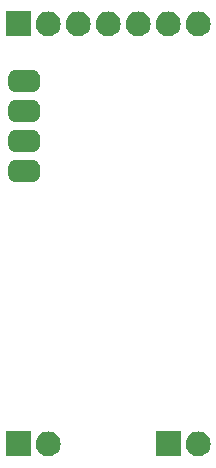
<source format=gbs>
G04 #@! TF.GenerationSoftware,KiCad,Pcbnew,(5.0.2)-1*
G04 #@! TF.CreationDate,2018-12-23T15:21:20+09:00*
G04 #@! TF.ProjectId,Nixie_Module_IN-14,4e697869-655f-44d6-9f64-756c655f494e,rev?*
G04 #@! TF.SameCoordinates,Original*
G04 #@! TF.FileFunction,Soldermask,Bot*
G04 #@! TF.FilePolarity,Negative*
%FSLAX46Y46*%
G04 Gerber Fmt 4.6, Leading zero omitted, Abs format (unit mm)*
G04 Created by KiCad (PCBNEW (5.0.2)-1) date 2018/12/23 15:21:20*
%MOMM*%
%LPD*%
G01*
G04 APERTURE LIST*
%ADD10C,0.100000*%
G04 APERTURE END LIST*
D10*
G36*
X74296707Y-99033597D02*
X74373836Y-99041193D01*
X74505787Y-99081220D01*
X74571763Y-99101233D01*
X74754172Y-99198733D01*
X74914054Y-99329946D01*
X75045267Y-99489828D01*
X75142767Y-99672237D01*
X75142767Y-99672238D01*
X75202807Y-99870164D01*
X75223080Y-100076000D01*
X75202807Y-100281836D01*
X75162780Y-100413787D01*
X75142767Y-100479763D01*
X75045267Y-100662172D01*
X74914054Y-100822054D01*
X74754172Y-100953267D01*
X74571763Y-101050767D01*
X74505787Y-101070780D01*
X74373836Y-101110807D01*
X74296707Y-101118404D01*
X74219580Y-101126000D01*
X74116420Y-101126000D01*
X74039293Y-101118404D01*
X73962164Y-101110807D01*
X73830213Y-101070780D01*
X73764237Y-101050767D01*
X73581828Y-100953267D01*
X73421946Y-100822054D01*
X73290733Y-100662172D01*
X73193233Y-100479763D01*
X73173220Y-100413787D01*
X73133193Y-100281836D01*
X73112920Y-100076000D01*
X73133193Y-99870164D01*
X73193233Y-99672238D01*
X73193233Y-99672237D01*
X73290733Y-99489828D01*
X73421946Y-99329946D01*
X73581828Y-99198733D01*
X73764237Y-99101233D01*
X73830213Y-99081220D01*
X73962164Y-99041193D01*
X74039293Y-99033597D01*
X74116420Y-99026000D01*
X74219580Y-99026000D01*
X74296707Y-99033597D01*
X74296707Y-99033597D01*
G37*
G36*
X72678000Y-101126000D02*
X70578000Y-101126000D01*
X70578000Y-99026000D01*
X72678000Y-99026000D01*
X72678000Y-101126000D01*
X72678000Y-101126000D01*
G37*
G36*
X86996707Y-99033597D02*
X87073836Y-99041193D01*
X87205787Y-99081220D01*
X87271763Y-99101233D01*
X87454172Y-99198733D01*
X87614054Y-99329946D01*
X87745267Y-99489828D01*
X87842767Y-99672237D01*
X87842767Y-99672238D01*
X87902807Y-99870164D01*
X87923080Y-100076000D01*
X87902807Y-100281836D01*
X87862780Y-100413787D01*
X87842767Y-100479763D01*
X87745267Y-100662172D01*
X87614054Y-100822054D01*
X87454172Y-100953267D01*
X87271763Y-101050767D01*
X87205787Y-101070780D01*
X87073836Y-101110807D01*
X86996707Y-101118404D01*
X86919580Y-101126000D01*
X86816420Y-101126000D01*
X86739293Y-101118404D01*
X86662164Y-101110807D01*
X86530213Y-101070780D01*
X86464237Y-101050767D01*
X86281828Y-100953267D01*
X86121946Y-100822054D01*
X85990733Y-100662172D01*
X85893233Y-100479763D01*
X85873220Y-100413787D01*
X85833193Y-100281836D01*
X85812920Y-100076000D01*
X85833193Y-99870164D01*
X85893233Y-99672238D01*
X85893233Y-99672237D01*
X85990733Y-99489828D01*
X86121946Y-99329946D01*
X86281828Y-99198733D01*
X86464237Y-99101233D01*
X86530213Y-99081220D01*
X86662164Y-99041193D01*
X86739293Y-99033597D01*
X86816420Y-99026000D01*
X86919580Y-99026000D01*
X86996707Y-99033597D01*
X86996707Y-99033597D01*
G37*
G36*
X85378000Y-101126000D02*
X83278000Y-101126000D01*
X83278000Y-99026000D01*
X85378000Y-99026000D01*
X85378000Y-101126000D01*
X85378000Y-101126000D01*
G37*
G36*
X72025203Y-76014893D02*
X72025206Y-76014894D01*
X72025207Y-76014894D01*
X72062907Y-76026330D01*
X72062908Y-76026330D01*
X72062913Y-76026332D01*
X72077078Y-76033903D01*
X72099717Y-76043280D01*
X72123750Y-76048060D01*
X72148255Y-76048060D01*
X72172288Y-76043279D01*
X72194922Y-76033903D01*
X72209087Y-76026332D01*
X72209092Y-76026330D01*
X72209093Y-76026330D01*
X72246793Y-76014894D01*
X72246794Y-76014894D01*
X72246797Y-76014893D01*
X72292140Y-76010427D01*
X72779860Y-76010427D01*
X72798197Y-76012233D01*
X72810449Y-76012835D01*
X72828869Y-76012835D01*
X72880358Y-76017906D01*
X72964443Y-76034632D01*
X72992949Y-76043279D01*
X73008048Y-76047859D01*
X73008050Y-76047860D01*
X73013955Y-76049651D01*
X73093164Y-76082460D01*
X73138787Y-76106846D01*
X73210082Y-76154484D01*
X73250076Y-76187306D01*
X73310694Y-76247924D01*
X73343516Y-76287918D01*
X73391154Y-76359213D01*
X73415540Y-76404836D01*
X73448349Y-76484045D01*
X73463368Y-76533557D01*
X73480094Y-76617642D01*
X73485165Y-76669131D01*
X73485165Y-76687551D01*
X73485767Y-76699803D01*
X73487573Y-76718140D01*
X73487573Y-77205860D01*
X73485767Y-77224197D01*
X73485165Y-77236449D01*
X73485165Y-77254869D01*
X73480094Y-77306358D01*
X73463368Y-77390443D01*
X73448349Y-77439955D01*
X73415540Y-77519164D01*
X73391154Y-77564787D01*
X73343516Y-77636082D01*
X73310694Y-77676076D01*
X73250076Y-77736694D01*
X73210082Y-77769516D01*
X73138787Y-77817154D01*
X73093164Y-77841540D01*
X73013955Y-77874349D01*
X73008050Y-77876140D01*
X73008048Y-77876141D01*
X72998296Y-77879099D01*
X72964443Y-77889368D01*
X72880358Y-77906094D01*
X72828869Y-77911165D01*
X72810449Y-77911165D01*
X72798197Y-77911767D01*
X72779860Y-77913573D01*
X72292140Y-77913573D01*
X72246797Y-77909107D01*
X72246794Y-77909106D01*
X72246793Y-77909106D01*
X72209093Y-77897670D01*
X72209092Y-77897670D01*
X72209087Y-77897668D01*
X72194922Y-77890097D01*
X72172283Y-77880720D01*
X72148250Y-77875940D01*
X72123745Y-77875940D01*
X72099712Y-77880721D01*
X72077078Y-77890097D01*
X72062913Y-77897668D01*
X72062908Y-77897670D01*
X72062907Y-77897670D01*
X72025207Y-77909106D01*
X72025206Y-77909106D01*
X72025203Y-77909107D01*
X71979860Y-77913573D01*
X71492140Y-77913573D01*
X71473803Y-77911767D01*
X71461551Y-77911165D01*
X71443131Y-77911165D01*
X71391642Y-77906094D01*
X71307557Y-77889368D01*
X71273704Y-77879099D01*
X71263952Y-77876141D01*
X71263950Y-77876140D01*
X71258045Y-77874349D01*
X71178836Y-77841540D01*
X71133213Y-77817154D01*
X71061918Y-77769516D01*
X71021924Y-77736694D01*
X70961306Y-77676076D01*
X70928484Y-77636082D01*
X70880846Y-77564787D01*
X70856460Y-77519164D01*
X70823651Y-77439955D01*
X70808632Y-77390443D01*
X70791906Y-77306358D01*
X70786835Y-77254869D01*
X70786835Y-77236449D01*
X70786233Y-77224197D01*
X70784427Y-77205860D01*
X70784427Y-76718140D01*
X70786233Y-76699803D01*
X70786835Y-76687551D01*
X70786835Y-76669131D01*
X70791906Y-76617642D01*
X70808632Y-76533557D01*
X70823651Y-76484045D01*
X70856460Y-76404836D01*
X70880846Y-76359213D01*
X70928484Y-76287918D01*
X70961306Y-76247924D01*
X71021924Y-76187306D01*
X71061918Y-76154484D01*
X71133213Y-76106846D01*
X71178836Y-76082460D01*
X71258045Y-76049651D01*
X71263950Y-76047860D01*
X71263952Y-76047859D01*
X71279051Y-76043279D01*
X71307557Y-76034632D01*
X71391642Y-76017906D01*
X71443131Y-76012835D01*
X71461551Y-76012835D01*
X71473803Y-76012233D01*
X71492140Y-76010427D01*
X71979860Y-76010427D01*
X72025203Y-76014893D01*
X72025203Y-76014893D01*
G37*
G36*
X72025203Y-73474893D02*
X72025206Y-73474894D01*
X72025207Y-73474894D01*
X72062907Y-73486330D01*
X72062908Y-73486330D01*
X72062913Y-73486332D01*
X72077078Y-73493903D01*
X72099717Y-73503280D01*
X72123750Y-73508060D01*
X72148255Y-73508060D01*
X72172288Y-73503279D01*
X72194922Y-73493903D01*
X72209087Y-73486332D01*
X72209092Y-73486330D01*
X72209093Y-73486330D01*
X72246793Y-73474894D01*
X72246794Y-73474894D01*
X72246797Y-73474893D01*
X72292140Y-73470427D01*
X72779860Y-73470427D01*
X72798197Y-73472233D01*
X72810449Y-73472835D01*
X72828869Y-73472835D01*
X72880358Y-73477906D01*
X72964443Y-73494632D01*
X72992949Y-73503279D01*
X73008048Y-73507859D01*
X73008050Y-73507860D01*
X73013955Y-73509651D01*
X73093164Y-73542460D01*
X73138787Y-73566846D01*
X73210082Y-73614484D01*
X73250076Y-73647306D01*
X73310694Y-73707924D01*
X73343516Y-73747918D01*
X73391154Y-73819213D01*
X73415540Y-73864836D01*
X73448349Y-73944045D01*
X73463368Y-73993557D01*
X73480094Y-74077642D01*
X73485165Y-74129131D01*
X73485165Y-74147551D01*
X73485767Y-74159803D01*
X73487573Y-74178140D01*
X73487573Y-74665860D01*
X73485767Y-74684197D01*
X73485165Y-74696449D01*
X73485165Y-74714869D01*
X73480094Y-74766358D01*
X73463368Y-74850443D01*
X73448349Y-74899955D01*
X73415540Y-74979164D01*
X73391154Y-75024787D01*
X73343516Y-75096082D01*
X73310694Y-75136076D01*
X73250076Y-75196694D01*
X73210082Y-75229516D01*
X73138787Y-75277154D01*
X73093164Y-75301540D01*
X73013955Y-75334349D01*
X73008050Y-75336140D01*
X73008048Y-75336141D01*
X72998296Y-75339099D01*
X72964443Y-75349368D01*
X72880358Y-75366094D01*
X72828869Y-75371165D01*
X72810449Y-75371165D01*
X72798197Y-75371767D01*
X72779860Y-75373573D01*
X72292140Y-75373573D01*
X72246797Y-75369107D01*
X72246794Y-75369106D01*
X72246793Y-75369106D01*
X72209093Y-75357670D01*
X72209092Y-75357670D01*
X72209087Y-75357668D01*
X72194922Y-75350097D01*
X72172283Y-75340720D01*
X72148250Y-75335940D01*
X72123745Y-75335940D01*
X72099712Y-75340721D01*
X72077078Y-75350097D01*
X72062913Y-75357668D01*
X72062908Y-75357670D01*
X72062907Y-75357670D01*
X72025207Y-75369106D01*
X72025206Y-75369106D01*
X72025203Y-75369107D01*
X71979860Y-75373573D01*
X71492140Y-75373573D01*
X71473803Y-75371767D01*
X71461551Y-75371165D01*
X71443131Y-75371165D01*
X71391642Y-75366094D01*
X71307557Y-75349368D01*
X71273704Y-75339099D01*
X71263952Y-75336141D01*
X71263950Y-75336140D01*
X71258045Y-75334349D01*
X71178836Y-75301540D01*
X71133213Y-75277154D01*
X71061918Y-75229516D01*
X71021924Y-75196694D01*
X70961306Y-75136076D01*
X70928484Y-75096082D01*
X70880846Y-75024787D01*
X70856460Y-74979164D01*
X70823651Y-74899955D01*
X70808632Y-74850443D01*
X70791906Y-74766358D01*
X70786835Y-74714869D01*
X70786835Y-74696449D01*
X70786233Y-74684197D01*
X70784427Y-74665860D01*
X70784427Y-74178140D01*
X70786233Y-74159803D01*
X70786835Y-74147551D01*
X70786835Y-74129131D01*
X70791906Y-74077642D01*
X70808632Y-73993557D01*
X70823651Y-73944045D01*
X70856460Y-73864836D01*
X70880846Y-73819213D01*
X70928484Y-73747918D01*
X70961306Y-73707924D01*
X71021924Y-73647306D01*
X71061918Y-73614484D01*
X71133213Y-73566846D01*
X71178836Y-73542460D01*
X71258045Y-73509651D01*
X71263950Y-73507860D01*
X71263952Y-73507859D01*
X71279051Y-73503279D01*
X71307557Y-73494632D01*
X71391642Y-73477906D01*
X71443131Y-73472835D01*
X71461551Y-73472835D01*
X71473803Y-73472233D01*
X71492140Y-73470427D01*
X71979860Y-73470427D01*
X72025203Y-73474893D01*
X72025203Y-73474893D01*
G37*
G36*
X72025203Y-70934893D02*
X72025206Y-70934894D01*
X72025207Y-70934894D01*
X72062907Y-70946330D01*
X72062908Y-70946330D01*
X72062913Y-70946332D01*
X72077078Y-70953903D01*
X72099717Y-70963280D01*
X72123750Y-70968060D01*
X72148255Y-70968060D01*
X72172288Y-70963279D01*
X72194922Y-70953903D01*
X72209087Y-70946332D01*
X72209092Y-70946330D01*
X72209093Y-70946330D01*
X72246793Y-70934894D01*
X72246794Y-70934894D01*
X72246797Y-70934893D01*
X72292140Y-70930427D01*
X72779860Y-70930427D01*
X72798197Y-70932233D01*
X72810449Y-70932835D01*
X72828869Y-70932835D01*
X72880358Y-70937906D01*
X72964443Y-70954632D01*
X72992949Y-70963279D01*
X73008048Y-70967859D01*
X73008050Y-70967860D01*
X73013955Y-70969651D01*
X73093164Y-71002460D01*
X73138787Y-71026846D01*
X73210082Y-71074484D01*
X73250076Y-71107306D01*
X73310694Y-71167924D01*
X73343516Y-71207918D01*
X73391154Y-71279213D01*
X73415540Y-71324836D01*
X73448349Y-71404045D01*
X73463368Y-71453557D01*
X73480094Y-71537642D01*
X73485165Y-71589131D01*
X73485165Y-71607551D01*
X73485767Y-71619803D01*
X73487573Y-71638140D01*
X73487573Y-72125860D01*
X73485767Y-72144197D01*
X73485165Y-72156449D01*
X73485165Y-72174869D01*
X73480094Y-72226358D01*
X73463368Y-72310443D01*
X73448349Y-72359955D01*
X73415540Y-72439164D01*
X73391154Y-72484787D01*
X73343516Y-72556082D01*
X73310694Y-72596076D01*
X73250076Y-72656694D01*
X73210082Y-72689516D01*
X73138787Y-72737154D01*
X73093164Y-72761540D01*
X73013955Y-72794349D01*
X73008050Y-72796140D01*
X73008048Y-72796141D01*
X72998296Y-72799099D01*
X72964443Y-72809368D01*
X72880358Y-72826094D01*
X72828869Y-72831165D01*
X72810449Y-72831165D01*
X72798197Y-72831767D01*
X72779860Y-72833573D01*
X72292140Y-72833573D01*
X72246797Y-72829107D01*
X72246794Y-72829106D01*
X72246793Y-72829106D01*
X72209093Y-72817670D01*
X72209092Y-72817670D01*
X72209087Y-72817668D01*
X72194922Y-72810097D01*
X72172283Y-72800720D01*
X72148250Y-72795940D01*
X72123745Y-72795940D01*
X72099712Y-72800721D01*
X72077078Y-72810097D01*
X72062913Y-72817668D01*
X72062908Y-72817670D01*
X72062907Y-72817670D01*
X72025207Y-72829106D01*
X72025206Y-72829106D01*
X72025203Y-72829107D01*
X71979860Y-72833573D01*
X71492140Y-72833573D01*
X71473803Y-72831767D01*
X71461551Y-72831165D01*
X71443131Y-72831165D01*
X71391642Y-72826094D01*
X71307557Y-72809368D01*
X71273704Y-72799099D01*
X71263952Y-72796141D01*
X71263950Y-72796140D01*
X71258045Y-72794349D01*
X71178836Y-72761540D01*
X71133213Y-72737154D01*
X71061918Y-72689516D01*
X71021924Y-72656694D01*
X70961306Y-72596076D01*
X70928484Y-72556082D01*
X70880846Y-72484787D01*
X70856460Y-72439164D01*
X70823651Y-72359955D01*
X70808632Y-72310443D01*
X70791906Y-72226358D01*
X70786835Y-72174869D01*
X70786835Y-72156449D01*
X70786233Y-72144197D01*
X70784427Y-72125860D01*
X70784427Y-71638140D01*
X70786233Y-71619803D01*
X70786835Y-71607551D01*
X70786835Y-71589131D01*
X70791906Y-71537642D01*
X70808632Y-71453557D01*
X70823651Y-71404045D01*
X70856460Y-71324836D01*
X70880846Y-71279213D01*
X70928484Y-71207918D01*
X70961306Y-71167924D01*
X71021924Y-71107306D01*
X71061918Y-71074484D01*
X71133213Y-71026846D01*
X71178836Y-71002460D01*
X71258045Y-70969651D01*
X71263950Y-70967860D01*
X71263952Y-70967859D01*
X71279051Y-70963279D01*
X71307557Y-70954632D01*
X71391642Y-70937906D01*
X71443131Y-70932835D01*
X71461551Y-70932835D01*
X71473803Y-70932233D01*
X71492140Y-70930427D01*
X71979860Y-70930427D01*
X72025203Y-70934893D01*
X72025203Y-70934893D01*
G37*
G36*
X72025203Y-68394893D02*
X72025206Y-68394894D01*
X72025207Y-68394894D01*
X72062907Y-68406330D01*
X72062908Y-68406330D01*
X72062913Y-68406332D01*
X72077078Y-68413903D01*
X72099717Y-68423280D01*
X72123750Y-68428060D01*
X72148255Y-68428060D01*
X72172288Y-68423279D01*
X72194922Y-68413903D01*
X72209087Y-68406332D01*
X72209092Y-68406330D01*
X72209093Y-68406330D01*
X72246793Y-68394894D01*
X72246794Y-68394894D01*
X72246797Y-68394893D01*
X72292140Y-68390427D01*
X72779860Y-68390427D01*
X72798197Y-68392233D01*
X72810449Y-68392835D01*
X72828869Y-68392835D01*
X72880358Y-68397906D01*
X72964443Y-68414632D01*
X72992949Y-68423279D01*
X73008048Y-68427859D01*
X73008050Y-68427860D01*
X73013955Y-68429651D01*
X73093164Y-68462460D01*
X73138787Y-68486846D01*
X73210082Y-68534484D01*
X73250076Y-68567306D01*
X73310694Y-68627924D01*
X73343516Y-68667918D01*
X73391154Y-68739213D01*
X73415540Y-68784836D01*
X73448349Y-68864045D01*
X73463368Y-68913557D01*
X73480094Y-68997642D01*
X73485165Y-69049131D01*
X73485165Y-69067551D01*
X73485767Y-69079803D01*
X73487573Y-69098140D01*
X73487573Y-69585860D01*
X73485767Y-69604197D01*
X73485165Y-69616449D01*
X73485165Y-69634869D01*
X73480094Y-69686358D01*
X73463368Y-69770443D01*
X73448349Y-69819955D01*
X73415540Y-69899164D01*
X73391154Y-69944787D01*
X73343516Y-70016082D01*
X73310694Y-70056076D01*
X73250076Y-70116694D01*
X73210082Y-70149516D01*
X73138787Y-70197154D01*
X73093164Y-70221540D01*
X73013955Y-70254349D01*
X73008050Y-70256140D01*
X73008048Y-70256141D01*
X72998296Y-70259099D01*
X72964443Y-70269368D01*
X72880358Y-70286094D01*
X72828869Y-70291165D01*
X72810449Y-70291165D01*
X72798197Y-70291767D01*
X72779860Y-70293573D01*
X72292140Y-70293573D01*
X72246797Y-70289107D01*
X72246794Y-70289106D01*
X72246793Y-70289106D01*
X72209093Y-70277670D01*
X72209092Y-70277670D01*
X72209087Y-70277668D01*
X72194922Y-70270097D01*
X72172283Y-70260720D01*
X72148250Y-70255940D01*
X72123745Y-70255940D01*
X72099712Y-70260721D01*
X72077078Y-70270097D01*
X72062913Y-70277668D01*
X72062908Y-70277670D01*
X72062907Y-70277670D01*
X72025207Y-70289106D01*
X72025206Y-70289106D01*
X72025203Y-70289107D01*
X71979860Y-70293573D01*
X71492140Y-70293573D01*
X71473803Y-70291767D01*
X71461551Y-70291165D01*
X71443131Y-70291165D01*
X71391642Y-70286094D01*
X71307557Y-70269368D01*
X71273704Y-70259099D01*
X71263952Y-70256141D01*
X71263950Y-70256140D01*
X71258045Y-70254349D01*
X71178836Y-70221540D01*
X71133213Y-70197154D01*
X71061918Y-70149516D01*
X71021924Y-70116694D01*
X70961306Y-70056076D01*
X70928484Y-70016082D01*
X70880846Y-69944787D01*
X70856460Y-69899164D01*
X70823651Y-69819955D01*
X70808632Y-69770443D01*
X70791906Y-69686358D01*
X70786835Y-69634869D01*
X70786835Y-69616449D01*
X70786233Y-69604197D01*
X70784427Y-69585860D01*
X70784427Y-69098140D01*
X70786233Y-69079803D01*
X70786835Y-69067551D01*
X70786835Y-69049131D01*
X70791906Y-68997642D01*
X70808632Y-68913557D01*
X70823651Y-68864045D01*
X70856460Y-68784836D01*
X70880846Y-68739213D01*
X70928484Y-68667918D01*
X70961306Y-68627924D01*
X71021924Y-68567306D01*
X71061918Y-68534484D01*
X71133213Y-68486846D01*
X71178836Y-68462460D01*
X71258045Y-68429651D01*
X71263950Y-68427860D01*
X71263952Y-68427859D01*
X71279051Y-68423279D01*
X71307557Y-68414632D01*
X71391642Y-68397906D01*
X71443131Y-68392835D01*
X71461551Y-68392835D01*
X71473803Y-68392233D01*
X71492140Y-68390427D01*
X71979860Y-68390427D01*
X72025203Y-68394893D01*
X72025203Y-68394893D01*
G37*
G36*
X74296707Y-63473596D02*
X74373836Y-63481193D01*
X74505787Y-63521220D01*
X74571763Y-63541233D01*
X74754172Y-63638733D01*
X74914054Y-63769946D01*
X75045267Y-63929828D01*
X75142767Y-64112237D01*
X75142767Y-64112238D01*
X75202807Y-64310164D01*
X75223080Y-64516000D01*
X75202807Y-64721836D01*
X75162780Y-64853787D01*
X75142767Y-64919763D01*
X75045267Y-65102172D01*
X74914054Y-65262054D01*
X74754172Y-65393267D01*
X74571763Y-65490767D01*
X74505787Y-65510780D01*
X74373836Y-65550807D01*
X74296707Y-65558403D01*
X74219580Y-65566000D01*
X74116420Y-65566000D01*
X74039293Y-65558403D01*
X73962164Y-65550807D01*
X73830213Y-65510780D01*
X73764237Y-65490767D01*
X73581828Y-65393267D01*
X73421946Y-65262054D01*
X73290733Y-65102172D01*
X73193233Y-64919763D01*
X73173220Y-64853787D01*
X73133193Y-64721836D01*
X73112920Y-64516000D01*
X73133193Y-64310164D01*
X73193233Y-64112238D01*
X73193233Y-64112237D01*
X73290733Y-63929828D01*
X73421946Y-63769946D01*
X73581828Y-63638733D01*
X73764237Y-63541233D01*
X73830213Y-63521220D01*
X73962164Y-63481193D01*
X74039293Y-63473596D01*
X74116420Y-63466000D01*
X74219580Y-63466000D01*
X74296707Y-63473596D01*
X74296707Y-63473596D01*
G37*
G36*
X76836707Y-63473596D02*
X76913836Y-63481193D01*
X77045787Y-63521220D01*
X77111763Y-63541233D01*
X77294172Y-63638733D01*
X77454054Y-63769946D01*
X77585267Y-63929828D01*
X77682767Y-64112237D01*
X77682767Y-64112238D01*
X77742807Y-64310164D01*
X77763080Y-64516000D01*
X77742807Y-64721836D01*
X77702780Y-64853787D01*
X77682767Y-64919763D01*
X77585267Y-65102172D01*
X77454054Y-65262054D01*
X77294172Y-65393267D01*
X77111763Y-65490767D01*
X77045787Y-65510780D01*
X76913836Y-65550807D01*
X76836707Y-65558403D01*
X76759580Y-65566000D01*
X76656420Y-65566000D01*
X76579293Y-65558403D01*
X76502164Y-65550807D01*
X76370213Y-65510780D01*
X76304237Y-65490767D01*
X76121828Y-65393267D01*
X75961946Y-65262054D01*
X75830733Y-65102172D01*
X75733233Y-64919763D01*
X75713220Y-64853787D01*
X75673193Y-64721836D01*
X75652920Y-64516000D01*
X75673193Y-64310164D01*
X75733233Y-64112238D01*
X75733233Y-64112237D01*
X75830733Y-63929828D01*
X75961946Y-63769946D01*
X76121828Y-63638733D01*
X76304237Y-63541233D01*
X76370213Y-63521220D01*
X76502164Y-63481193D01*
X76579293Y-63473596D01*
X76656420Y-63466000D01*
X76759580Y-63466000D01*
X76836707Y-63473596D01*
X76836707Y-63473596D01*
G37*
G36*
X79376707Y-63473596D02*
X79453836Y-63481193D01*
X79585787Y-63521220D01*
X79651763Y-63541233D01*
X79834172Y-63638733D01*
X79994054Y-63769946D01*
X80125267Y-63929828D01*
X80222767Y-64112237D01*
X80222767Y-64112238D01*
X80282807Y-64310164D01*
X80303080Y-64516000D01*
X80282807Y-64721836D01*
X80242780Y-64853787D01*
X80222767Y-64919763D01*
X80125267Y-65102172D01*
X79994054Y-65262054D01*
X79834172Y-65393267D01*
X79651763Y-65490767D01*
X79585787Y-65510780D01*
X79453836Y-65550807D01*
X79376707Y-65558403D01*
X79299580Y-65566000D01*
X79196420Y-65566000D01*
X79119293Y-65558403D01*
X79042164Y-65550807D01*
X78910213Y-65510780D01*
X78844237Y-65490767D01*
X78661828Y-65393267D01*
X78501946Y-65262054D01*
X78370733Y-65102172D01*
X78273233Y-64919763D01*
X78253220Y-64853787D01*
X78213193Y-64721836D01*
X78192920Y-64516000D01*
X78213193Y-64310164D01*
X78273233Y-64112238D01*
X78273233Y-64112237D01*
X78370733Y-63929828D01*
X78501946Y-63769946D01*
X78661828Y-63638733D01*
X78844237Y-63541233D01*
X78910213Y-63521220D01*
X79042164Y-63481193D01*
X79119293Y-63473596D01*
X79196420Y-63466000D01*
X79299580Y-63466000D01*
X79376707Y-63473596D01*
X79376707Y-63473596D01*
G37*
G36*
X81916707Y-63473596D02*
X81993836Y-63481193D01*
X82125787Y-63521220D01*
X82191763Y-63541233D01*
X82374172Y-63638733D01*
X82534054Y-63769946D01*
X82665267Y-63929828D01*
X82762767Y-64112237D01*
X82762767Y-64112238D01*
X82822807Y-64310164D01*
X82843080Y-64516000D01*
X82822807Y-64721836D01*
X82782780Y-64853787D01*
X82762767Y-64919763D01*
X82665267Y-65102172D01*
X82534054Y-65262054D01*
X82374172Y-65393267D01*
X82191763Y-65490767D01*
X82125787Y-65510780D01*
X81993836Y-65550807D01*
X81916707Y-65558403D01*
X81839580Y-65566000D01*
X81736420Y-65566000D01*
X81659293Y-65558403D01*
X81582164Y-65550807D01*
X81450213Y-65510780D01*
X81384237Y-65490767D01*
X81201828Y-65393267D01*
X81041946Y-65262054D01*
X80910733Y-65102172D01*
X80813233Y-64919763D01*
X80793220Y-64853787D01*
X80753193Y-64721836D01*
X80732920Y-64516000D01*
X80753193Y-64310164D01*
X80813233Y-64112238D01*
X80813233Y-64112237D01*
X80910733Y-63929828D01*
X81041946Y-63769946D01*
X81201828Y-63638733D01*
X81384237Y-63541233D01*
X81450213Y-63521220D01*
X81582164Y-63481193D01*
X81659293Y-63473596D01*
X81736420Y-63466000D01*
X81839580Y-63466000D01*
X81916707Y-63473596D01*
X81916707Y-63473596D01*
G37*
G36*
X84456707Y-63473596D02*
X84533836Y-63481193D01*
X84665787Y-63521220D01*
X84731763Y-63541233D01*
X84914172Y-63638733D01*
X85074054Y-63769946D01*
X85205267Y-63929828D01*
X85302767Y-64112237D01*
X85302767Y-64112238D01*
X85362807Y-64310164D01*
X85383080Y-64516000D01*
X85362807Y-64721836D01*
X85322780Y-64853787D01*
X85302767Y-64919763D01*
X85205267Y-65102172D01*
X85074054Y-65262054D01*
X84914172Y-65393267D01*
X84731763Y-65490767D01*
X84665787Y-65510780D01*
X84533836Y-65550807D01*
X84456707Y-65558403D01*
X84379580Y-65566000D01*
X84276420Y-65566000D01*
X84199293Y-65558403D01*
X84122164Y-65550807D01*
X83990213Y-65510780D01*
X83924237Y-65490767D01*
X83741828Y-65393267D01*
X83581946Y-65262054D01*
X83450733Y-65102172D01*
X83353233Y-64919763D01*
X83333220Y-64853787D01*
X83293193Y-64721836D01*
X83272920Y-64516000D01*
X83293193Y-64310164D01*
X83353233Y-64112238D01*
X83353233Y-64112237D01*
X83450733Y-63929828D01*
X83581946Y-63769946D01*
X83741828Y-63638733D01*
X83924237Y-63541233D01*
X83990213Y-63521220D01*
X84122164Y-63481193D01*
X84199293Y-63473596D01*
X84276420Y-63466000D01*
X84379580Y-63466000D01*
X84456707Y-63473596D01*
X84456707Y-63473596D01*
G37*
G36*
X86996707Y-63473596D02*
X87073836Y-63481193D01*
X87205787Y-63521220D01*
X87271763Y-63541233D01*
X87454172Y-63638733D01*
X87614054Y-63769946D01*
X87745267Y-63929828D01*
X87842767Y-64112237D01*
X87842767Y-64112238D01*
X87902807Y-64310164D01*
X87923080Y-64516000D01*
X87902807Y-64721836D01*
X87862780Y-64853787D01*
X87842767Y-64919763D01*
X87745267Y-65102172D01*
X87614054Y-65262054D01*
X87454172Y-65393267D01*
X87271763Y-65490767D01*
X87205787Y-65510780D01*
X87073836Y-65550807D01*
X86996707Y-65558403D01*
X86919580Y-65566000D01*
X86816420Y-65566000D01*
X86739293Y-65558403D01*
X86662164Y-65550807D01*
X86530213Y-65510780D01*
X86464237Y-65490767D01*
X86281828Y-65393267D01*
X86121946Y-65262054D01*
X85990733Y-65102172D01*
X85893233Y-64919763D01*
X85873220Y-64853787D01*
X85833193Y-64721836D01*
X85812920Y-64516000D01*
X85833193Y-64310164D01*
X85893233Y-64112238D01*
X85893233Y-64112237D01*
X85990733Y-63929828D01*
X86121946Y-63769946D01*
X86281828Y-63638733D01*
X86464237Y-63541233D01*
X86530213Y-63521220D01*
X86662164Y-63481193D01*
X86739293Y-63473596D01*
X86816420Y-63466000D01*
X86919580Y-63466000D01*
X86996707Y-63473596D01*
X86996707Y-63473596D01*
G37*
G36*
X72678000Y-65566000D02*
X70578000Y-65566000D01*
X70578000Y-63466000D01*
X72678000Y-63466000D01*
X72678000Y-65566000D01*
X72678000Y-65566000D01*
G37*
M02*

</source>
